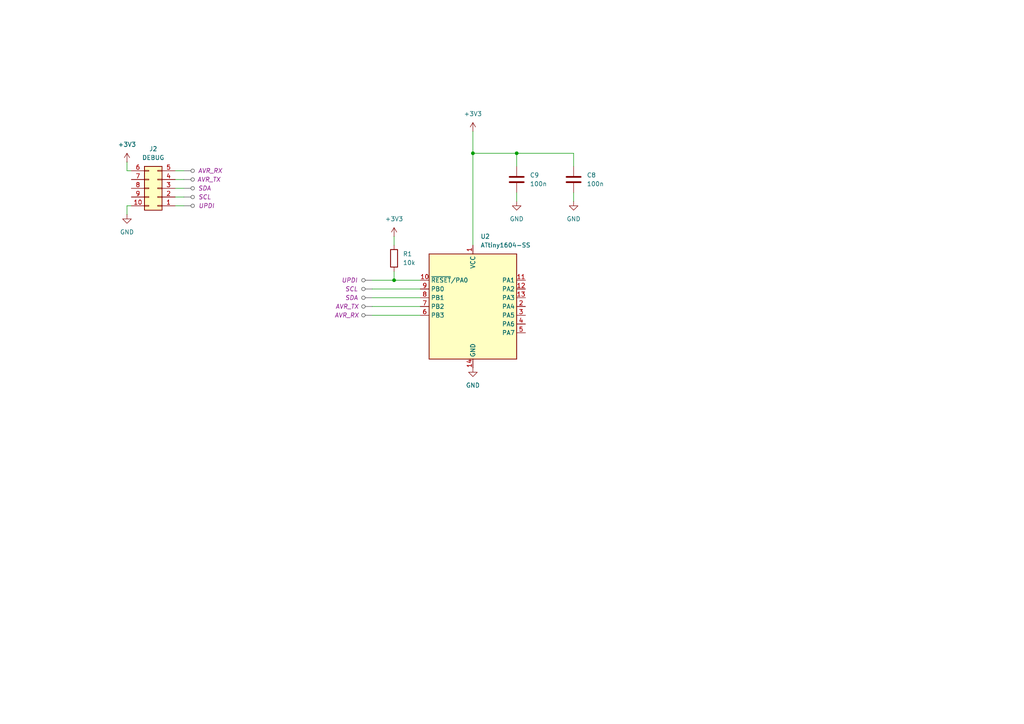
<source format=kicad_sch>
(kicad_sch (version 20231120) (generator "eeschema") (generator_version "8.0")
  (paper "A4")
  (lib_symbols
    (symbol "Connector_Generic:Conn_02x05_Counter_Clockwise" (pin_names (offset 1.016) hide)
      (property "Reference" "J" (at 1.27 7.62 0))
      (property "Value" "Conn_02x05_Counter_Clockwise" (at 1.27 -7.62 0))
      (symbol "Conn_02x05_Counter_Clockwise_1_1"
        (rectangle (start -1.27 -4.953) (end 0 -5.207) (stroke (width 0.1524)))
        (rectangle (start -1.27 -2.413) (end 0 -2.667) (stroke (width 0.1524)))
        (rectangle (start -1.27 0.127) (end 0 -0.127) (stroke (width 0.1524)))
        (rectangle (start -1.27 2.667) (end 0 2.413) (stroke (width 0.1524)))
        (rectangle (start -1.27 5.207) (end 0 4.953) (stroke (width 0.1524)))
        (rectangle (start -1.27 6.35) (end 3.81 -6.35) (stroke (width 0.254)) (fill (type background)))
        (rectangle (start 3.81 -4.953) (end 2.54 -5.207) (stroke (width 0.1524)))
        (rectangle (start 3.81 -2.413) (end 2.54 -2.667) (stroke (width 0.1524)))
        (rectangle (start 3.81 0.127) (end 2.54 -0.127) (stroke (width 0.1524)))
        (rectangle (start 3.81 2.667) (end 2.54 2.413) (stroke (width 0.1524)))
        (rectangle (start 3.81 5.207) (end 2.54 4.953) (stroke (width 0.1524)))
        (pin passive line (at -5.08 5.08 0) (length 3.81) (name "Pin_1") (number "1"))
        (pin passive line (at 7.62 5.08 180) (length 3.81) (name "Pin_10") (number "10"))
        (pin passive line (at -5.08 2.54 0) (length 3.81) (name "Pin_2") (number "2"))
        (pin passive line (at -5.08 0 0) (length 3.81) (name "Pin_3") (number "3"))
        (pin passive line (at -5.08 -2.54 0) (length 3.81) (name "Pin_4") (number "4"))
        (pin passive line (at -5.08 -5.08 0) (length 3.81) (name "Pin_5") (number "5"))
        (pin passive line (at 7.62 -5.08 180) (length 3.81) (name "Pin_6") (number "6"))
        (pin passive line (at 7.62 -2.54 180) (length 3.81) (name "Pin_7") (number "7"))
        (pin passive line (at 7.62 0 180) (length 3.81) (name "Pin_8") (number "8"))
        (pin passive line (at 7.62 2.54 180) (length 3.81) (name "Pin_9") (number "9"))
      )
    )
    (symbol "Device:C" (pin_numbers hide) (pin_names (offset 0.254))
      (property "Reference" "C" (at 0.635 2.54 0))
      (property "Value" "C" (at 0.635 -2.54 0))
      (symbol "C_0_1"
        (polyline (pts (xy -2.032 -0.762) (xy 2.032 -0.762)) (stroke (width 0.508)))
        (polyline (pts (xy -2.032 0.762) (xy 2.032 0.762)) (stroke (width 0.508)))
      )
      (symbol "C_1_1"
        (pin passive line (at 0 3.81 270) (length 2.794) (name "~") (number "1"))
        (pin passive line (at 0 -3.81 90) (length 2.794) (name "~") (number "2"))
      )
    )
    (symbol "Device:R" (pin_numbers hide) (pin_names (offset 0))
      (property "Reference" "R" (at 2.032 0 90))
      (property "Value" "R" (at 0 0 90))
      (symbol "R_0_1"
        (rectangle (start -1.016 -2.54) (end 1.016 2.54) (stroke (width 0.254)))
      )
      (symbol "R_1_1"
        (pin passive line (at 0 3.81 270) (length 1.27) (name "~") (number "1"))
        (pin passive line (at 0 -3.81 90) (length 1.27) (name "~") (number "2"))
      )
    )
    (symbol "MCU_Microchip_ATtiny:ATtiny1604-SS"
      (property "Reference" "U2" (at 2.1941 20.32 0))
      (property "Value" "ATtiny1604-SS" (at 2.1941 17.78 0))
      (symbol "ATtiny1604-SS_0_1"
        (rectangle (start -12.7 -15.24) (end 12.7 15.24) (stroke (width 0.254)) (fill (type background)))
      )
      (symbol "ATtiny1604-SS_1_1"
        (pin power_in line (at 0 17.78 270) (length 2.54) (name "VCC") (number "1"))
        (pin bidirectional line (at -15.24 7.62 0) (length 2.54) (name "~{RESET}/PA0") (number "10"))
        (pin bidirectional line (at 15.24 7.62 180) (length 2.54) (name "PA1") (number "11"))
        (pin bidirectional line (at 15.24 5.08 180) (length 2.54) (name "PA2") (number "12"))
        (pin bidirectional line (at 15.24 2.54 180) (length 2.54) (name "PA3") (number "13"))
        (pin power_in line (at 0 -17.78 90) (length 2.54) (name "GND") (number "14"))
        (pin bidirectional line (at 15.24 0 180) (length 2.54) (name "PA4") (number "2"))
        (pin bidirectional line (at 15.24 -2.54 180) (length 2.54) (name "PA5") (number "3"))
        (pin bidirectional line (at 15.24 -5.08 180) (length 2.54) (name "PA6") (number "4"))
        (pin bidirectional line (at 15.24 -7.62 180) (length 2.54) (name "PA7") (number "5"))
        (pin bidirectional line (at -15.24 -2.54 0) (length 2.54) (name "PB3") (number "6"))
        (pin bidirectional line (at -15.24 0 0) (length 2.54) (name "PB2") (number "7"))
        (pin bidirectional line (at -15.24 2.54 0) (length 2.54) (name "PB1") (number "8"))
        (pin bidirectional line (at -15.24 5.08 0) (length 2.54) (name "PB0") (number "9"))
      )
    )
    (symbol "power:+3V3" (power) (pin_numbers hide) (pin_names (offset 0) hide)
      (property "Value" "+3V3" (at 0 3.556 0))
      (symbol "+3V3_0_1"
        (polyline (pts (xy -0.762 1.27) (xy 0 2.54)))
        (polyline (pts (xy 0 0) (xy 0 2.54)))
        (polyline (pts (xy 0 2.54) (xy 0.762 1.27)))
      )
      (symbol "+3V3_1_1"
        (pin power_in line (at 0 0 90) (length 0) (name "~") (number "1"))
      )
    )
    (symbol "power:GND" (power) (pin_numbers hide) (pin_names (offset 0) hide)
      (property "Value" "GND" (at 0 -3.81 0))
      (symbol "GND_0_1"
        (polyline (pts (xy 0 0) (xy 0 -1.27) (xy 1.27 -1.27) (xy 0 -2.54) (xy -1.27 -1.27) (xy 0 -1.27)))
      )
      (symbol "GND_1_1"
        (pin power_in line (at 0 0 270) (length 0) (name "~") (number "1"))
      )
    )
  )
  (junction (at 137.16 44.45))
  (junction (at 114.3 81.28))
  (junction (at 149.86 44.45))
  (wire (pts (xy 36.83 46.99) (xy 36.83 49.53)))
  (wire (pts (xy 149.86 44.45) (xy 137.16 44.45)))
  (wire (pts (xy 166.37 58.42) (xy 166.37 55.88)))
  (wire (pts (xy 36.83 59.69) (xy 38.1 59.69)))
  (wire (pts (xy 53.34 49.53) (xy 50.8 49.53)))
  (wire (pts (xy 53.34 52.07) (xy 50.8 52.07)))
  (wire (pts (xy 149.86 58.42) (xy 149.86 55.88)))
  (wire (pts (xy 107.95 83.82) (xy 121.92 83.82)))
  (wire (pts (xy 114.3 81.28) (xy 121.92 81.28)))
  (wire (pts (xy 53.34 54.61) (xy 50.8 54.61)))
  (wire (pts (xy 107.95 81.28) (xy 114.3 81.28)))
  (wire (pts (xy 36.83 49.53) (xy 38.1 49.53)))
  (wire (pts (xy 114.3 68.58) (xy 114.3 71.12)))
  (wire (pts (xy 107.95 91.44) (xy 121.92 91.44)))
  (wire (pts (xy 166.37 44.45) (xy 149.86 44.45)))
  (wire (pts (xy 36.83 62.23) (xy 36.83 59.69)))
  (wire (pts (xy 166.37 48.26) (xy 166.37 44.45)))
  (wire (pts (xy 137.16 44.45) (xy 137.16 71.12)))
  (wire (pts (xy 149.86 48.26) (xy 149.86 44.45)))
  (wire (pts (xy 137.16 38.1) (xy 137.16 44.45)))
  (wire (pts (xy 107.95 88.9) (xy 121.92 88.9)))
  (wire (pts (xy 107.95 86.36) (xy 121.92 86.36)))
  (wire (pts (xy 53.34 59.69) (xy 50.8 59.69)))
  (wire (pts (xy 53.34 57.15) (xy 50.8 57.15)))
  (wire (pts (xy 114.3 81.28) (xy 114.3 78.74)))
  (netclass_flag "" (length 2.54) (shape round) (at 107.95 86.36 90) (property "Netclass" "SDA" (at 100.076 86.36 0) (effects (font (italic yes)) (justify left))))
  (netclass_flag "" (length 2.54) (shape round) (at 53.34 54.61 270) (property "Netclass" "SDA" (at 61.214 54.61 0) (effects (font (italic yes)) (justify right))))
  (netclass_flag "" (length 2.54) (shape round) (at 53.34 49.53 270) (property "Netclass" "AVR_RX" (at 64.516 49.53 0) (effects (font (italic yes)) (justify right))))
  (netclass_flag "" (length 2.54) (shape round) (at 53.34 59.69 270) (property "Netclass" "UPDI" (at 62.23 59.69 0) (effects (font (italic yes)) (justify right))))
  (netclass_flag "" (length 2.54) (shape round) (at 53.34 57.15 270) (property "Netclass" "SCL" (at 61.214 57.15 0) (effects (font (italic yes)) (justify right))))
  (netclass_flag "" (length 2.54) (shape round) (at 107.95 91.44 90) (property "Netclass" "AVR_RX" (at 97.028 91.44 0) (effects (font (italic yes)) (justify left))))
  (netclass_flag "" (length 2.54) (shape round) (at 107.95 88.9 90) (property "Netclass" "AVR_TX" (at 97.282 88.9 0) (effects (font (italic yes)) (justify left))))
  (netclass_flag "" (length 2.54) (shape round) (at 107.95 81.28 90) (property "Netclass" "UPDI" (at 99.06 81.28 0) (effects (font (italic yes)) (justify left))))
  (netclass_flag "" (length 2.54) (shape round) (at 107.95 83.82 90) (property "Netclass" "SCL" (at 100.076 83.82 0) (effects (font (italic yes)) (justify left))))
  (netclass_flag "" (length 2.54) (shape round) (at 53.34 52.07 270) (property "Netclass" "AVR_TX" (at 64.008 52.07 0) (effects (font (italic yes)) (justify right))))
  (symbol (lib_id "power:+3V3") (at 114.3 68.58 0) (unit 1)
    (property "Reference" "#PWR022" (effects (hide yes)))
    (property "Value" "+3V3" (at 114.3 63.5 0))
    (property "Description" "Power symbol creates a global label with name \"+3V3\"" (effects (hide yes)))
  )
  (symbol (lib_id "power:+3V3") (at 137.16 38.1 0) (unit 1)
    (property "Reference" "#PWR016" (effects (hide yes)))
    (property "Value" "+3V3" (at 137.16 33.02 0))
    (property "Description" "Power symbol creates a global label with name \"+3V3\"" (effects (hide yes)))
  )
  (symbol (lib_id "power:GND") (at 36.83 62.23 0) (unit 1)
    (property "Reference" "#PWR021" (effects (hide yes)))
    (property "Value" "GND" (at 36.83 67.31 0))
    (property "Description" "Power symbol creates a global label with name \"GND\" , ground" (effects (hide yes)))
  )
  (symbol (lib_id "Device:C") (at 149.86 52.07 0) (unit 1)
    (property "Reference" "C9" (at 153.67 50.7999 0) (effects (justify left)))
    (property "Value" "100n" (at 153.67 53.3399 0) (effects (justify left)))
    (property "Footprint" "Capacitor_SMD:C_0805_2012Metric_Pad1.18x1.45mm_HandSolder" (effects (hide yes)))
    (property "Description" "Unpolarized capacitor" (effects (hide yes)))
  )
  (symbol (lib_id "Device:C") (at 166.37 52.07 0) (unit 1)
    (property "Reference" "C8" (at 170.18 50.7999 0) (effects (justify left)))
    (property "Value" "100n" (at 170.18 53.3399 0) (effects (justify left)))
    (property "Footprint" "Capacitor_SMD:C_0805_2012Metric_Pad1.18x1.45mm_HandSolder" (effects (hide yes)))
    (property "Description" "Unpolarized capacitor" (effects (hide yes)))
  )
  (symbol (lib_id "power:GND") (at 137.16 106.68 0) (unit 1)
    (property "Reference" "#PWR019" (effects (hide yes)))
    (property "Value" "GND" (at 137.16 111.76 0))
    (property "Description" "Power symbol creates a global label with name \"GND\" , ground" (effects (hide yes)))
  )
  (symbol (lib_id "power:GND") (at 149.86 58.42 0) (unit 1)
    (property "Reference" "#PWR018" (effects (hide yes)))
    (property "Value" "GND" (at 149.86 63.5 0))
    (property "Description" "Power symbol creates a global label with name \"GND\" , ground" (effects (hide yes)))
  )
  (symbol (lib_id "MCU_Microchip_ATtiny:ATtiny1604-SS") (at 137.16 88.9 0) (unit 1)
    (property "Reference" "U2" (at 139.3541 68.58 0) (effects (justify left)))
    (property "Value" "ATtiny1604-SS" (at 139.3541 71.12 0) (effects (justify left)))
    (property "Footprint" "Package_SO:SOIC-14_3.9x8.7mm_P1.27mm" (effects (hide yes)))
    (property "Datasheet" "http://ww1.microchip.com/downloads/en/DeviceDoc/ATtiny804_1604-Data-Sheet-40002028A.pdf" (effects (hide yes)))
    (property "Description" "20MHz, 16kB Flash, 1kB SRAM, 256B EEPROM, SOIC-14" (effects (hide yes)))
  )
  (symbol (lib_id "power:GND") (at 166.37 58.42 0) (unit 1)
    (property "Reference" "#PWR017" (effects (hide yes)))
    (property "Value" "GND" (at 166.37 63.5 0))
    (property "Description" "Power symbol creates a global label with name \"GND\" , ground" (effects (hide yes)))
  )
  (symbol (lib_id "Device:R") (at 114.3 74.93 0) (unit 1)
    (property "Reference" "R1" (at 116.84 73.6599 0) (effects (justify left)))
    (property "Value" "10k" (at 116.84 76.1999 0) (effects (justify left)))
    (property "Footprint" "Resistor_SMD:R_0815_2038Metric_Pad1.20x4.05mm_HandSolder" (effects (hide yes)))
    (property "Description" "Resistor" (effects (hide yes)))
  )
  (symbol (lib_id "Connector_Generic:Conn_02x05_Counter_Clockwise") (at 45.72 54.61 180) (unit 1)
    (property "Reference" "J2" (at 44.45 43.18 0))
    (property "Value" "DEBUG" (at 44.45 45.72 0))
    (property "Footprint" "Connector_IDC:IDC-Header_2x05_P2.54mm_Vertical" (effects (hide yes)))
    (property "Description" "Generic connector, double row, 02x05, counter clockwise pin numbering scheme (similar to DIP package numbering), script generated (kicad-library-utils/schlib/autogen/connector/)" (effects (hide yes)))
  )
  (symbol (lib_id "power:+3V3") (at 36.83 46.99 0) (unit 1)
    (property "Reference" "#PWR020" (effects (hide yes)))
    (property "Value" "+3V3" (at 36.83 41.91 0))
    (property "Description" "Power symbol creates a global label with name \"+3V3\"" (effects (hide yes)))
  )
)
</source>
